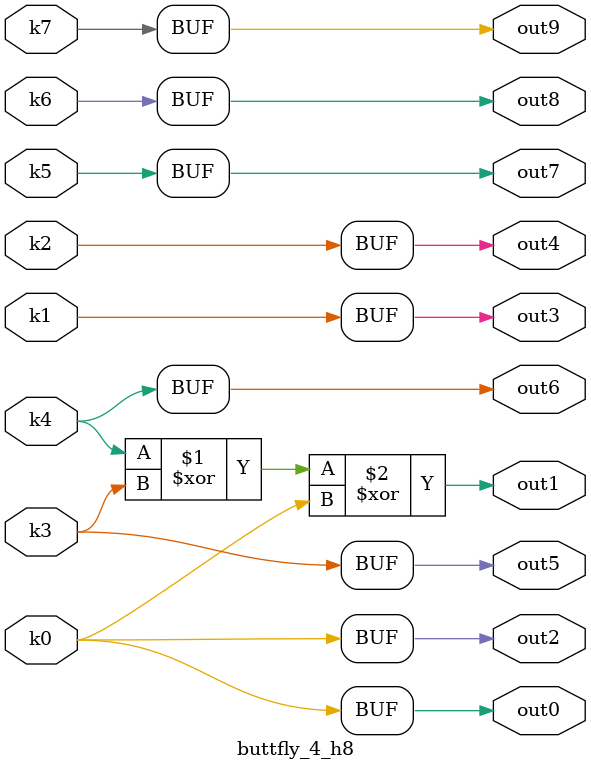
<source format=v>
module buttfly_4(pi00, pi01, pi02, pi03, pi04, pi05, pi06, pi07, pi08, pi09, po00, po01, po02, po03, po04, po05, po06, po07, po08, po09);
input pi00, pi01, pi02, pi03, pi04, pi05, pi06, pi07, pi08, pi09;
output po00, po01, po02, po03, po04, po05, po06, po07, po08, po09;
wire k0, k1, k2, k3, k4, k5, k6, k7;
buttfly_4_w8 DUT1 (pi00, pi01, pi02, pi03, pi04, pi05, pi06, pi07, pi08, pi09, k0, k1, k2, k3, k4, k5, k6, k7);
buttfly_4_h8 DUT2 (k0, k1, k2, k3, k4, k5, k6, k7, po00, po01, po02, po03, po04, po05, po06, po07, po08, po09);
endmodule

module buttfly_4_w8(in9, in8, in7, in6, in5, in4, in3, in2, in1, in0, k7, k6, k5, k4, k3, k2, k1, k0);
input in9, in8, in7, in6, in5, in4, in3, in2, in1, in0;
output k7, k6, k5, k4, k3, k2, k1, k0;
assign k0 =   ((in7 ^ in4) & (((~in8 | in5) & ((in1 & (~in9 | in6)) | (~in9 & in6))) | (~in8 & in5))) | ((in8 | ~in5) & ((in9 & ~in6) | (in0 & (in9 | ~in6))) & (~in7 ^ in4)) | (in8 & ~in5 & (~in7 ^ in4));
assign k1 =   ((in8 ^ in5) & ((in1 & (~in9 | in6)) | (~in9 & in6))) | (((in9 & ~in6) | (in0 & (in9 | ~in6))) & (~in8 ^ in5));
assign k2 =   (in1 & (in9 ^ in6)) | (in0 & (~in9 ^ in6));
assign k3 =   (((~in9 & (~in6 | in3)) | (~in6 & in3)) & (~in7 | ~in4) & (~in8 | ~in5)) | (~in8 & ~in5 & (~in7 | ~in4)) | (~in7 & ~in4);
assign k4 =   (((in9 & (in6 | in2)) | (in6 & in2)) & (in7 | in4) & (in8 | in5)) | (in8 & in5 & (in7 | in4)) | (in7 & in4);
assign k5 =   ((in7 ^ in4) & (((in8 | in5) & ((in2 & (in9 | in6)) | (in9 & in6))) | (in8 & in5))) | ((~in8 | ~in5) & ((~in9 & ~in6) | (in3 & (~in9 | ~in6))) & (~in7 ^ in4)) | (~in8 & ~in5 & (~in7 ^ in4));
assign k6 =   ((in8 ^ in5) & ((in2 & (in9 | in6)) | (in9 & in6))) | (((~in9 & ~in6) | (in3 & (~in9 | ~in6))) & (~in8 ^ in5));
assign k7 =   (in2 & (in9 ^ in6)) | (in3 & (~in9 ^ in6));
endmodule

module buttfly_4_h8(k7, k6, k5, k4, k3, k2, k1, k0, out9, out8, out7, out6, out5, out4, out3, out2, out1, out0);
input k7, k6, k5, k4, k3, k2, k1, k0;
output out9, out8, out7, out6, out5, out4, out3, out2, out1, out0;
assign out0 = k0;
assign out1 = k4 ^ k3 ^ k0;
assign out2 = k0;
assign out3 = k1;
assign out4 = k2;
assign out5 = k3;
assign out6 = k4;
assign out7 = k5;
assign out8 = k6;
assign out9 = k7;
endmodule

</source>
